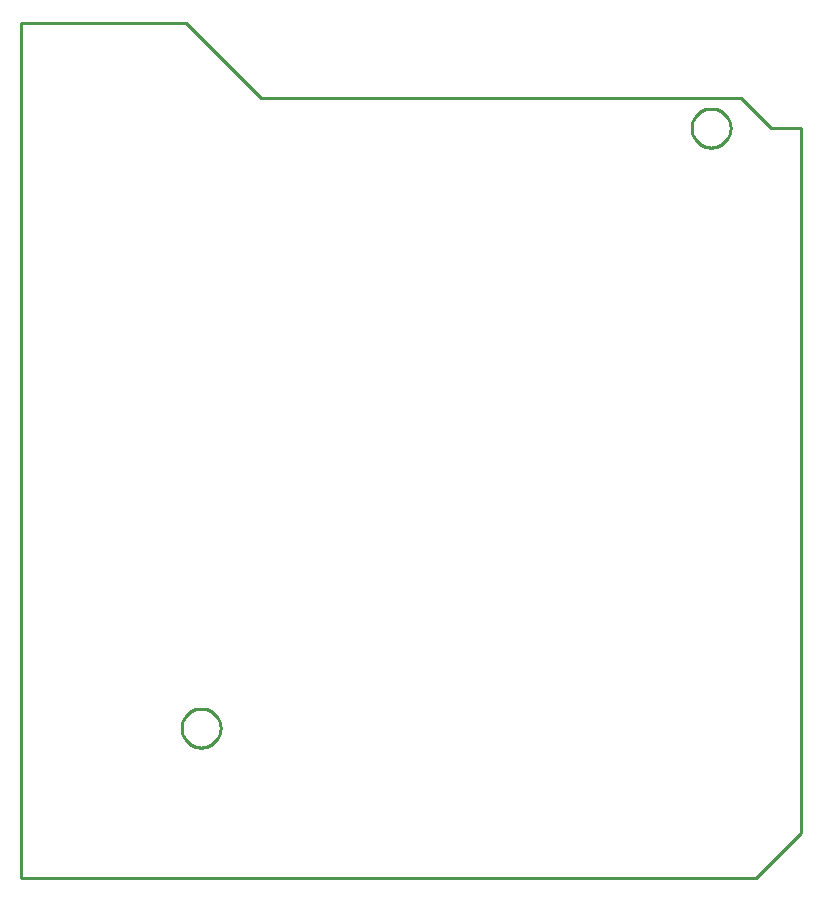
<source format=gbr>
G04 EAGLE Gerber RS-274X export*
G75*
%MOMM*%
%FSLAX34Y34*%
%LPD*%
%IN*%
%IPPOS*%
%AMOC8*
5,1,8,0,0,1.08239X$1,22.5*%
G01*
%ADD10C,0.254000*%


D10*
X0Y0D02*
X622300Y0D01*
X660400Y38100D01*
X660400Y635000D01*
X635000Y635000D01*
X609600Y660400D01*
X203200Y660400D01*
X139700Y723900D01*
X0Y723900D01*
X0Y0D01*
X600710Y634460D02*
X600639Y633381D01*
X600498Y632309D01*
X600287Y631249D01*
X600008Y630205D01*
X599660Y629181D01*
X599246Y628183D01*
X598768Y627213D01*
X598228Y626277D01*
X597627Y625378D01*
X596969Y624521D01*
X596257Y623708D01*
X595492Y622944D01*
X594679Y622231D01*
X593822Y621573D01*
X592923Y620972D01*
X591987Y620432D01*
X591017Y619954D01*
X590019Y619540D01*
X588995Y619192D01*
X587951Y618913D01*
X586891Y618702D01*
X585819Y618561D01*
X584740Y618490D01*
X583660Y618490D01*
X582581Y618561D01*
X581509Y618702D01*
X580449Y618913D01*
X579405Y619192D01*
X578381Y619540D01*
X577383Y619954D01*
X576413Y620432D01*
X575477Y620972D01*
X574578Y621573D01*
X573721Y622231D01*
X572908Y622944D01*
X572144Y623708D01*
X571431Y624521D01*
X570773Y625378D01*
X570172Y626277D01*
X569632Y627213D01*
X569154Y628183D01*
X568740Y629181D01*
X568392Y630205D01*
X568113Y631249D01*
X567902Y632309D01*
X567761Y633381D01*
X567690Y634460D01*
X567690Y635540D01*
X567761Y636619D01*
X567902Y637691D01*
X568113Y638751D01*
X568392Y639795D01*
X568740Y640819D01*
X569154Y641817D01*
X569632Y642787D01*
X570172Y643723D01*
X570773Y644622D01*
X571431Y645479D01*
X572144Y646292D01*
X572908Y647057D01*
X573721Y647769D01*
X574578Y648427D01*
X575477Y649028D01*
X576413Y649568D01*
X577383Y650046D01*
X578381Y650460D01*
X579405Y650808D01*
X580449Y651087D01*
X581509Y651298D01*
X582581Y651439D01*
X583660Y651510D01*
X584740Y651510D01*
X585819Y651439D01*
X586891Y651298D01*
X587951Y651087D01*
X588995Y650808D01*
X590019Y650460D01*
X591017Y650046D01*
X591987Y649568D01*
X592923Y649028D01*
X593822Y648427D01*
X594679Y647769D01*
X595492Y647057D01*
X596257Y646292D01*
X596969Y645479D01*
X597627Y644622D01*
X598228Y643723D01*
X598768Y642787D01*
X599246Y641817D01*
X599660Y640819D01*
X600008Y639795D01*
X600287Y638751D01*
X600498Y637691D01*
X600639Y636619D01*
X600710Y635540D01*
X600710Y634460D01*
X168910Y126460D02*
X168839Y125381D01*
X168698Y124309D01*
X168487Y123249D01*
X168208Y122205D01*
X167860Y121181D01*
X167446Y120183D01*
X166968Y119213D01*
X166428Y118277D01*
X165827Y117378D01*
X165169Y116521D01*
X164457Y115708D01*
X163692Y114944D01*
X162879Y114231D01*
X162022Y113573D01*
X161123Y112972D01*
X160187Y112432D01*
X159217Y111954D01*
X158219Y111540D01*
X157195Y111192D01*
X156151Y110913D01*
X155091Y110702D01*
X154019Y110561D01*
X152940Y110490D01*
X151860Y110490D01*
X150781Y110561D01*
X149709Y110702D01*
X148649Y110913D01*
X147605Y111192D01*
X146581Y111540D01*
X145583Y111954D01*
X144613Y112432D01*
X143677Y112972D01*
X142778Y113573D01*
X141921Y114231D01*
X141108Y114944D01*
X140344Y115708D01*
X139631Y116521D01*
X138973Y117378D01*
X138372Y118277D01*
X137832Y119213D01*
X137354Y120183D01*
X136940Y121181D01*
X136592Y122205D01*
X136313Y123249D01*
X136102Y124309D01*
X135961Y125381D01*
X135890Y126460D01*
X135890Y127540D01*
X135961Y128619D01*
X136102Y129691D01*
X136313Y130751D01*
X136592Y131795D01*
X136940Y132819D01*
X137354Y133817D01*
X137832Y134787D01*
X138372Y135723D01*
X138973Y136622D01*
X139631Y137479D01*
X140344Y138292D01*
X141108Y139057D01*
X141921Y139769D01*
X142778Y140427D01*
X143677Y141028D01*
X144613Y141568D01*
X145583Y142046D01*
X146581Y142460D01*
X147605Y142808D01*
X148649Y143087D01*
X149709Y143298D01*
X150781Y143439D01*
X151860Y143510D01*
X152940Y143510D01*
X154019Y143439D01*
X155091Y143298D01*
X156151Y143087D01*
X157195Y142808D01*
X158219Y142460D01*
X159217Y142046D01*
X160187Y141568D01*
X161123Y141028D01*
X162022Y140427D01*
X162879Y139769D01*
X163692Y139057D01*
X164457Y138292D01*
X165169Y137479D01*
X165827Y136622D01*
X166428Y135723D01*
X166968Y134787D01*
X167446Y133817D01*
X167860Y132819D01*
X168208Y131795D01*
X168487Y130751D01*
X168698Y129691D01*
X168839Y128619D01*
X168910Y127540D01*
X168910Y126460D01*
M02*

</source>
